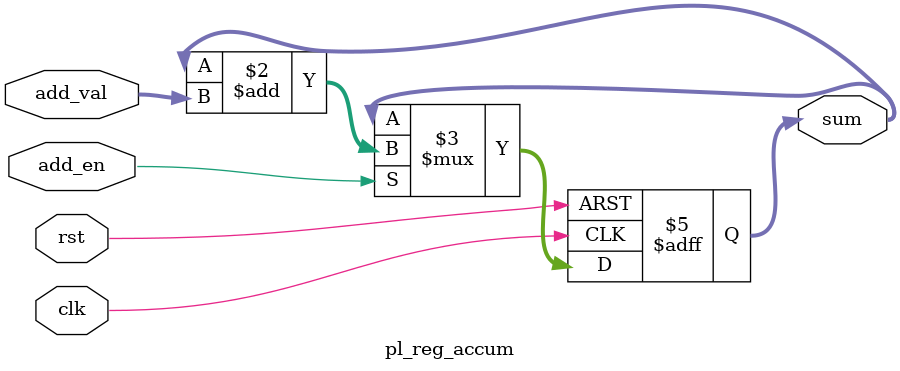
<source format=sv>
module pl_reg_accum #(parameter W=8) (
    input clk, rst, add_en,
    input [W-1:0] add_val,
    output reg [W-1:0] sum
);
always @(posedge clk or posedge rst)
    if (rst) sum <= 0;
    else if (add_en) sum <= sum + add_val;
endmodule
</source>
